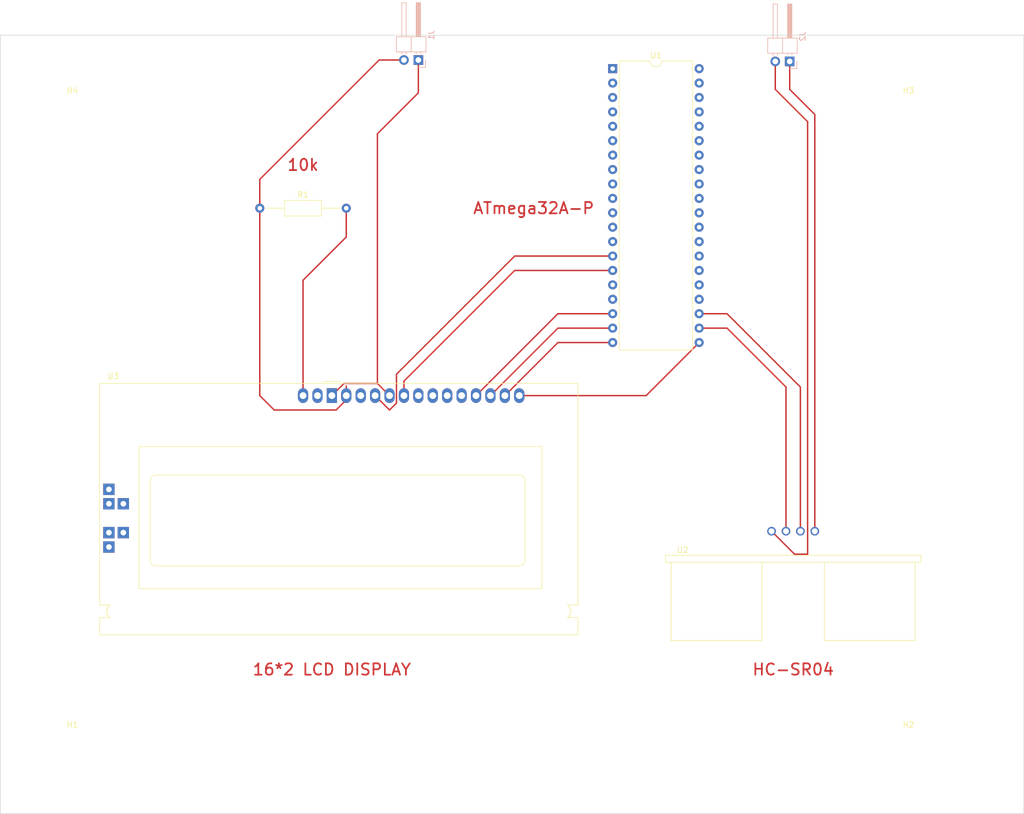
<source format=kicad_pcb>
(kicad_pcb (version 20211014) (generator pcbnew)
  (layers (0 "F.Cu" signal) (31 "B.Cu" signal) (34 "B.Paste" user) (35 "F.Paste" user) (36 "B.SilkS" user "B.Silkscreen") (37 "F.SilkS" user "F.Silkscreen") (38 "B.Mask" user) (39 "F.Mask" user) (44 "Edge.Cuts" user))
  (net 0 "")
  (net 1 "Net-(J1-Pad1)")
  (net 2 "Net-(J1-Pad2)")
  (net 3 "Net-(U2-Pad4)")
  (net 4 "Net-(U2-Pad1)")
  (net 5 "Net-(R1-Pad2)")
  (net 16 "Net-(U1-Pad11)")
  (net 19 "Net-(U1-Pad14)")
  (net 20 "Net-(U1-Pad15)")
  (net 23 "Net-(U1-Pad18)")
  (net 24 "Net-(U1-Pad19)")
  (net 25 "Net-(U1-Pad20)")
  (net 26 "Net-(U1-Pad21)")
  (net 27 "Net-(U1-Pad22)")
  (net 28 "Net-(U1-Pad23)")
  (footprint "MountingHole:MountingHole_4.5mm" (layer "F.Cu") (at 223.52 58.42)
    (fp_text reference "H3" (at 0 -5.5) (layer "F.SilkS"))
    (fp_text value "MountingHole")
    (pad "" np_thru_hole circle (at 0 0) (size 4.5 4.5) (drill 4.5) (layers *.Cu *.Mask))
  )
  (footprint "MountingHole:MountingHole_4.5mm" (layer "F.Cu") (at 76.2 58.42)
    (fp_text reference "H4" (at 0 -5.5) (layer "F.SilkS"))
    (fp_text value "MountingHole")
    (pad "" np_thru_hole circle (at 0 0) (size 4.5 4.5) (drill 4.5) (layers *.Cu *.Mask))
  )
  (footprint "Package_DIP:DIP-40_W15.24mm" (layer "F.Cu") (at 171.395 49.0725)
    (fp_text reference "U1" (at 7.62 -2.33) (layer "F.SilkS"))
    (fp_text value "ATmega32A-P")
    (fp_line (start 1.16 49.59) (end 14.08 49.59) (layer "F.SilkS") (width 0.12))
    (fp_line (start 6.62 -1.33) (end 1.16 -1.33) (layer "F.SilkS") (width 0.12))
    (fp_line (start 1.16 -1.33) (end 1.16 49.59) (layer "F.SilkS") (width 0.12))
    (fp_line (start 14.08 -1.33) (end 8.62 -1.33) (layer "F.SilkS") (width 0.12))
    (fp_line (start 14.08 49.59) (end 14.08 -1.33) (layer "F.SilkS") (width 0.12))
    (fp_arc (start 8.62 -1.33) (mid 7.62 -0.33) (end 6.62 -1.33) (layer "F.SilkS") (width 0.12))
    (pad "1" thru_hole rect (at 0 0) (size 1.6 1.6) (drill 0.8) (layers *.Cu *.Mask))
    (pad "2" thru_hole oval (at 0 2.54) (size 1.6 1.6) (drill 0.8) (layers *.Cu *.Mask))
    (pad "3" thru_hole oval (at 0 5.08) (size 1.6 1.6) (drill 0.8) (layers *.Cu *.Mask))
    (pad "4" thru_hole oval (at 0 7.62) (size 1.6 1.6) (drill 0.8) (layers *.Cu *.Mask))
    (pad "5" thru_hole oval (at 0 10.16) (size 1.6 1.6) (drill 0.8) (layers *.Cu *.Mask))
    (pad "6" thru_hole oval (at 0 12.7) (size 1.6 1.6) (drill 0.8) (layers *.Cu *.Mask))
    (pad "7" thru_hole oval (at 0 15.24) (size 1.6 1.6) (drill 0.8) (layers *.Cu *.Mask))
    (pad "8" thru_hole oval (at 0 17.78) (size 1.6 1.6) (drill 0.8) (layers *.Cu *.Mask))
    (pad "9" thru_hole oval (at 0 20.32) (size 1.6 1.6) (drill 0.8) (layers *.Cu *.Mask))
    (pad "10" thru_hole oval (at 0 22.86) (size 1.6 1.6) (drill 0.8) (layers *.Cu *.Mask))
    (pad "11" thru_hole oval (at 0 25.4) (size 1.6 1.6) (drill 0.8) (layers *.Cu *.Mask) (net 16 "Net-(U1-Pad11)"))
    (pad "12" thru_hole oval (at 0 27.94) (size 1.6 1.6) (drill 0.8) (layers *.Cu *.Mask))
    (pad "13" thru_hole oval (at 0 30.48) (size 1.6 1.6) (drill 0.8) (layers *.Cu *.Mask))
    (pad "14" thru_hole oval (at 0 33.02) (size 1.6 1.6) (drill 0.8) (layers *.Cu *.Mask) (net 19 "Net-(U1-Pad14)"))
    (pad "15" thru_hole oval (at 0 35.56) (size 1.6 1.6) (drill 0.8) (layers *.Cu *.Mask) (net 20 "Net-(U1-Pad15)"))
    (pad "16" thru_hole oval (at 0 38.1) (size 1.6 1.6) (drill 0.8) (layers *.Cu *.Mask))
    (pad "17" thru_hole oval (at 0 40.64) (size 1.6 1.6) (drill 0.8) (layers *.Cu *.Mask))
    (pad "18" thru_hole oval (at 0 43.18) (size 1.6 1.6) (drill 0.8) (layers *.Cu *.Mask) (net 23 "Net-(U1-Pad18)"))
    (pad "19" thru_hole oval (at 0 45.72) (size 1.6 1.6) (drill 0.8) (layers *.Cu *.Mask) (net 24 "Net-(U1-Pad19)"))
    (pad "20" thru_hole oval (at 0 48.26) (size 1.6 1.6) (drill 0.8) (layers *.Cu *.Mask) (net 25 "Net-(U1-Pad20)"))
    (pad "21" thru_hole oval (at 15.24 48.26) (size 1.6 1.6) (drill 0.8) (layers *.Cu *.Mask) (net 26 "Net-(U1-Pad21)"))
    (pad "22" thru_hole oval (at 15.24 45.72) (size 1.6 1.6) (drill 0.8) (layers *.Cu *.Mask) (net 27 "Net-(U1-Pad22)"))
    (pad "23" thru_hole oval (at 15.24 43.18) (size 1.6 1.6) (drill 0.8) (layers *.Cu *.Mask) (net 28 "Net-(U1-Pad23)"))
    (pad "24" thru_hole oval (at 15.24 40.64) (size 1.6 1.6) (drill 0.8) (layers *.Cu *.Mask))
    (pad "25" thru_hole oval (at 15.24 38.1) (size 1.6 1.6) (drill 0.8) (layers *.Cu *.Mask))
    (pad "26" thru_hole oval (at 15.24 35.56) (size 1.6 1.6) (drill 0.8) (layers *.Cu *.Mask))
    (pad "27" thru_hole oval (at 15.24 33.02) (size 1.6 1.6) (drill 0.8) (layers *.Cu *.Mask))
    (pad "28" thru_hole oval (at 15.24 30.48) (size 1.6 1.6) (drill 0.8) (layers *.Cu *.Mask))
    (pad "29" thru_hole oval (at 15.24 27.94) (size 1.6 1.6) (drill 0.8) (layers *.Cu *.Mask))
    (pad "30" thru_hole oval (at 15.24 25.4) (size 1.6 1.6) (drill 0.8) (layers *.Cu *.Mask))
    (pad "31" thru_hole oval (at 15.24 22.86) (size 1.6 1.6) (drill 0.8) (layers *.Cu *.Mask) (net 16 "Net-(U1-Pad11)"))
    (pad "32" thru_hole oval (at 15.24 20.32) (size 1.6 1.6) (drill 0.8) (layers *.Cu *.Mask))
    (pad "33" thru_hole oval (at 15.24 17.78) (size 1.6 1.6) (drill 0.8) (layers *.Cu *.Mask))
    (pad "34" thru_hole oval (at 15.24 15.24) (size 1.6 1.6) (drill 0.8) (layers *.Cu *.Mask))
    (pad "35" thru_hole oval (at 15.24 12.7) (size 1.6 1.6) (drill 0.8) (layers *.Cu *.Mask))
    (pad "36" thru_hole oval (at 15.24 10.16) (size 1.6 1.6) (drill 0.8) (layers *.Cu *.Mask))
    (pad "37" thru_hole oval (at 15.24 7.62) (size 1.6 1.6) (drill 0.8) (layers *.Cu *.Mask))
    (pad "38" thru_hole oval (at 15.24 5.08) (size 1.6 1.6) (drill 0.8) (layers *.Cu *.Mask))
    (pad "39" thru_hole oval (at 15.24 2.54) (size 1.6 1.6) (drill 0.8) (layers *.Cu *.Mask))
    (pad "40" thru_hole oval (at 15.24 0) (size 1.6 1.6) (drill 0.8) (layers *.Cu *.Mask))
  )
  (footprint "MountingHole:MountingHole_4.5mm" (layer "F.Cu") (at 76.2 170.18)
    (fp_text reference "H1" (at 0 -5.5) (layer "F.SilkS"))
    (fp_text value "MountingHole")
    (pad "" np_thru_hole circle (at 0 0) (size 4.5 4.5) (drill 4.5) (layers *.Cu *.Mask))
  )
  (footprint "Resistor_THT:R_Axial_DIN0207_L6.3mm_D2.5mm_P15.24mm_Horizontal" (layer "F.Cu") (at 109.22 73.66)
    (fp_text reference "R1" (at 7.62 -2.37) (layer "F.SilkS"))
    (fp_text value "10k")
    (fp_line (start 14.2 0) (end 10.89 0) (layer "F.SilkS") (width 0.12))
    (fp_line (start 10.89 -1.37) (end 4.35 -1.37) (layer "F.SilkS") (width 0.12))
    (fp_line (start 1.04 0) (end 4.35 0) (layer "F.SilkS") (width 0.12))
    (fp_line (start 10.89 1.37) (end 10.89 -1.37) (layer "F.SilkS") (width 0.12))
    (fp_line (start 4.35 -1.37) (end 4.35 1.37) (layer "F.SilkS") (width 0.12))
    (fp_line (start 4.35 1.37) (end 10.89 1.37) (layer "F.SilkS") (width 0.12))
    (pad "1" thru_hole circle (at 0 0) (size 1.6 1.6) (drill 0.8) (layers *.Cu *.Mask) (net 2 "Net-(J1-Pad2)"))
    (pad "2" thru_hole oval (at 15.24 0) (size 1.6 1.6) (drill 0.8) (layers *.Cu *.Mask) (net 5 "Net-(R1-Pad2)"))
  )
  (footprint "Valve:XCVR_HC-SR04" (layer "F.Cu") (at 203.2 130.575)
    (fp_text reference "U2" (at -19.48505 3.31671) (layer "F.SilkS") (effects (font (size 1.00052 1.00052))))
    (fp_text value "HC-SR04")
    (fp_line (start -5.5 5.47) (end -5.5 19.27) (layer "F.SilkS") (width 0.127))
    (fp_line (start 21.5 5.47) (end 5.5 5.47) (layer "F.SilkS") (width 0.127))
    (fp_line (start 5.5 5.47) (end -5.5 5.47) (layer "F.SilkS") (width 0.127))
    (fp_line (start 21.5 5.47) (end 21.5 19.27) (layer "F.SilkS") (width 0.127))
    (fp_line (start -21.5 5.47) (end -21.5 19.27) (layer "F.SilkS") (width 0.127))
    (fp_line (start 5.5 5.47) (end 5.5 19.27) (layer "F.SilkS") (width 0.127))
    (fp_line (start -5.5 5.47) (end -21.5 5.47) (layer "F.SilkS") (width 0.127))
    (fp_line (start -21.5 19.27) (end -5.5 19.27) (layer "F.SilkS") (width 0.127))
    (fp_line (start 22.5 4.27) (end 22.5 5.47) (layer "F.SilkS") (width 0.127))
    (fp_line (start -22.5 5.47) (end -22.5 4.27) (layer "F.SilkS") (width 0.127))
    (fp_line (start -22.5 4.27) (end 22.5 4.27) (layer "F.SilkS") (width 0.127))
    (fp_line (start 5.5 19.27) (end 21.5 19.27) (layer "F.SilkS") (width 0.127))
    (fp_line (start -21.5 5.47) (end -22.5 5.47) (layer "F.SilkS") (width 0.127))
    (fp_line (start 22.5 5.47) (end 21.5 5.47) (layer "F.SilkS") (width 0.127))
    (pad "1" thru_hole circle (at -3.81 0) (size 1.53 1.53) (drill 1.02) (layers *.Cu *.Mask) (net 4 "Net-(U2-Pad1)"))
    (pad "2" thru_hole circle (at -1.27 0) (size 1.53 1.53) (drill 1.02) (layers *.Cu *.Mask) (net 27 "Net-(U1-Pad22)"))
    (pad "3" thru_hole circle (at 1.27 0) (size 1.53 1.53) (drill 1.02) (layers *.Cu *.Mask) (net 28 "Net-(U1-Pad23)"))
    (pad "4" thru_hole circle (at 3.81 0) (size 1.53 1.53) (drill 1.02) (layers *.Cu *.Mask) (net 3 "Net-(U2-Pad4)"))
  )
  (footprint "MountingHole:MountingHole_4.5mm" (layer "F.Cu") (at 223.52 170.18)
    (fp_text reference "H2" (at 0 -5.5) (layer "F.SilkS"))
    (fp_text value "MountingHole")
    (pad "" np_thru_hole circle (at 0 0) (size 4.5 4.5) (drill 4.5) (layers *.Cu *.Mask))
  )
  (footprint "Display:RC1602A" (layer "F.Cu") (at 121.92 106.68)
    (fp_text reference "U3" (at -38.53 -3.41 180) (layer "F.SilkS"))
    (fp_text value "RC1602A-GHW-ESX")
    (fp_line (start -34 34) (end -34 9) (layer "F.SilkS") (width 0.12))
    (fp_line (start 43.36 -2.14) (end 43.36 36.89) (layer "F.SilkS") (width 0.12))
    (fp_line (start -40.92 -2.14) (end 43.36 -2.14) (layer "F.SilkS") (width 0.12))
    (fp_line (start 37 34) (end -34 34) (layer "F.SilkS") (width 0.12))
    (fp_line (start 37 9) (end 37 34) (layer "F.SilkS") (width 0.12))
    (fp_line (start -40.92 42.14) (end -40.92 39.11) (layer "F.SilkS") (width 0.12))
    (fp_line (start -40.92 36.89) (end -40.92 -2.14) (layer "F.SilkS") (width 0.12))
    (fp_line (start 41.5 39.11) (end 43.36 39.11) (layer "F.SilkS") (width 0.12))
    (fp_line (start -40.92 36.89) (end -39.1 36.89) (layer "F.SilkS") (width 0.12))
    (fp_line (start 33 30) (end -31 30) (layer "F.SilkS") (width 0.12))
    (fp_line (start -31 14) (end 33 14) (layer "F.SilkS") (width 0.12))
    (fp_line (start 34.03 15) (end 34.03 29) (layer "F.SilkS") (width 0.12))
    (fp_line (start -32 29) (end -32 15) (layer "F.SilkS") (width 0.12))
    (fp_line (start 43.36 39.11) (end 43.36 42.14) (layer "F.SilkS") (width 0.12))
    (fp_line (start -1.5 -2.5) (end 1.5 -2.5) (layer "F.SilkS") (width 0.12))
    (fp_line (start -34 9) (end 37 9) (layer "F.SilkS") (width 0.12))
    (fp_line (start 43.36 42.14) (end -40.92 42.14) (layer "F.SilkS") (width 0.12))
    (fp_line (start -40.92 39.11) (end -39.1 39.11) (layer "F.SilkS") (width 0.12))
    (fp_line (start 43.36 36.89) (end 41.5 36.89) (layer "F.SilkS") (width 0.12))
    (fp_arc (start 41.5 36.89) (mid 42.059361 37.759584) (end 41.84 38.77) (layer "F.SilkS") (width 0.12))
    (fp_arc (start -39.39 38.82) (mid -39.644716 37.794939) (end -39.1 36.89) (layer "F.SilkS") (width 0.12))
    (fp_arc (start -30.99464 30.0237) (mid -31.702284 29.730584) (end -31.9954 29.02294) (layer "F.SilkS") (width 0.12))
    (fp_arc (start 33.03574 13.99424) (mid 33.741576 14.286624) (end 34.03396 14.99246) (layer "F.SilkS") (width 0.12))
    (fp_arc (start -32.00286 15.00246) (mid -31.710488 14.296612) (end -31.00464 14.00424) (layer "F.SilkS") (width 0.12))
    (fp_arc (start -39.1 39.11) (mid -39.644716 38.205061) (end -39.39 37.18) (layer "F.SilkS") (width 0.12))
    (fp_arc (start 41.84 37.21) (mid 42.070574 38.233345) (end 41.51 39.12) (layer "F.SilkS") (width 0.12))
    (fp_arc (start 34.0265 29.00294) (mid 33.733372 29.710572) (end 33.02574 30.0037) (layer "F.SilkS") (width 0.12))
    (pad "" np_thru_hole circle (at -36.78 2 180) (size 2.5 2.5) (drill 2.5) (layers *.Cu *.Mask))
    (pad "" np_thru_hole circle (at -38.28 38 180) (size 2.5 2.5) (drill 2.5) (layers *.Cu *.Mask))
    (pad "" np_thru_hole circle (at 39.22 2 180) (size 2.5 2.5) (drill 2.5) (layers *.Cu *.Mask))
    (pad "" np_thru_hole circle (at 40.72 38 180) (size 2.5 2.5) (drill 2.5) (layers *.Cu *.Mask))
    (pad "1" thru_hole rect (at 0 0 180) (size 1.8 2.6) (drill 1.2) (layers *.Cu *.Mask) (net 1 "Net-(J1-Pad1)"))
    (pad "2" thru_hole oval (at 2.54 0 180) (size 1.8 2.6) (drill 1.2) (layers *.Cu *.Mask) (net 2 "Net-(J1-Pad2)"))
    (pad "3" thru_hole oval (at 5.08 0 180) (size 1.8 2.6) (drill 1.2) (layers *.Cu *.Mask))
    (pad "4" thru_hole oval (at 7.62 0 180) (size 1.8 2.6) (drill 1.2) (layers *.Cu *.Mask) (net 19 "Net-(U1-Pad14)"))
    (pad "5" thru_hole oval (at 10.16 0 180) (size 1.8 2.6) (drill 1.2) (layers *.Cu *.Mask) (net 1 "Net-(J1-Pad1)"))
    (pad "6" thru_hole oval (at 12.7 0 180) (size 1.8 2.6) (drill 1.2) (layers *.Cu *.Mask) (net 20 "Net-(U1-Pad15)"))
    (pad "7" thru_hole oval (at 15.24 0 180) (size 1.8 2.6) (drill 1.2) (layers *.Cu *.Mask))
    (pad "8" thru_hole oval (at 17.78 0 180) (size 1.8 2.6) (drill 1.2) (layers *.Cu *.Mask))
    (pad "9" thru_hole oval (at 20.32 0 180) (size 1.8 2.6) (drill 1.2) (layers *.Cu *.Mask))
    (pad "10" thru_hole oval (at 22.86 0 180) (size 1.8 2.6) (drill 1.2) (layers *.Cu *.Mask))
    (pad "11" thru_hole oval (at 25.4 0 180) (size 1.8 2.6) (drill 1.2) (layers *.Cu *.Mask) (net 23 "Net-(U1-Pad18)"))
    (pad "12" thru_hole oval (at 27.94 0 180) (size 1.8 2.6) (drill 1.2) (layers *.Cu *.Mask) (net 24 "Net-(U1-Pad19)"))
    (pad "13" thru_hole oval (at 30.48508 0.00254 180) (size 1.8 2.6) (drill 1.2) (layers *.Cu *.Mask) (net 25 "Net-(U1-Pad20)"))
    (pad "14" thru_hole oval (at 33.02 0 180) (size 1.8 2.6) (drill 1.2) (layers *.Cu *.Mask) (net 26 "Net-(U1-Pad21)"))
    (pad "15" thru_hole oval (at -5.08 0 180) (size 1.8 2.6) (drill 1.2) (layers *.Cu *.Mask) (net 5 "Net-(R1-Pad2)"))
    (pad "16" thru_hole oval (at -2.53492 0.00254 180) (size 1.8 2.6) (drill 1.2) (layers *.Cu *.Mask))
    (pad "A1" thru_hole rect (at -39.28 24.14 180) (size 2 2) (drill 1) (layers *.Cu *.Mask))
    (pad "A1" thru_hole rect (at -36.74 24.14 180) (size 2 2) (drill 1) (layers *.Cu *.Mask))
    (pad "A1" thru_hole rect (at -39.28 26.68 180) (size 2 2) (drill 1) (layers *.Cu *.Mask))
    (pad "K1" thru_hole rect (at -36.74 19.06 180) (size 2 2) (drill 1) (layers *.Cu *.Mask))
    (pad "K1" thru_hole rect (at -39.28 16.52 180) (size 2 2) (drill 1) (layers *.Cu *.Mask))
    (pad "K1" thru_hole rect (at -39.28 19.06 180) (size 2 2) (drill 1) (layers *.Cu *.Mask))
  )
  (footprint "Connector_PinHeader_2.54mm:PinHeader_1x02_P2.54mm_Horizontal" (layer "B.Cu") (at 137.16 47.555 90)
    (fp_text reference "J1" (at 4.385 2.27 90) (layer "B.SilkS") (effects (justify mirror)))
    (fp_text value "Conn_01x02")
    (fp_line (start 4.1 0.38) (end 10.1 0.38) (layer "B.SilkS") (width 0.12))
    (fp_line (start 10.1 -2.16) (end 10.1 -2.92) (layer "B.SilkS") (width 0.12))
    (fp_line (start -1.27 1.27) (end 0 1.27) (layer "B.SilkS") (width 0.12))
    (fp_line (start 10.1 0.38) (end 10.1 -0.38) (layer "B.SilkS") (width 0.12))
    (fp_line (start 1.042929 -2.92) (end 1.44 -2.92) (layer "B.SilkS") (width 0.12))
    (fp_line (start 1.44 -3.87) (end 4.1 -3.87) (layer "B.SilkS") (width 0.12))
    (fp_line (start 1.11 -0.38) (end 1.44 -0.38) (layer "B.SilkS") (width 0.12))
    (fp_line (start 4.1 -0.16) (end 10.1 -0.16) (layer "B.SilkS") (width 0.12))
    (fp_line (start 4.1 -0.28) (end 10.1 -0.28) (layer "B.SilkS") (width 0.12))
    (fp_line (start 10.1 -0.38) (end 4.1 -0.38) (layer "B.SilkS") (width 0.12))
    (fp_line (start 1.44 1.33) (end 1.44 -3.87) (layer "B.SilkS") (width 0.12))
    (fp_line (start -1.27 0) (end -1.27 1.27) (layer "B.SilkS") (width 0.12))
    (fp_line (start 4.1 0.08) (end 10.1 0.08) (layer "B.SilkS") (width 0.12))
    (fp_line (start 1.11 0.38) (end 1.44 0.38) (layer "B.SilkS") (width 0.12))
    (fp_line (start 4.1 -0.04) (end 10.1 -0.04) (layer "B.SilkS") (width 0.12))
    (fp_line (start 10.1 -2.92) (end 4.1 -2.92) (layer "B.SilkS") (width 0.12))
    (fp_line (start 4.1 1.33) (end 1.44 1.33) (layer "B.SilkS") (width 0.12))
    (fp_line (start 4.1 -2.16) (end 10.1 -2.16) (layer "B.SilkS") (width 0.12))
    (fp_line (start 1.042929 -2.16) (end 1.44 -2.16) (layer "B.SilkS") (width 0.12))
    (fp_line (start 4.1 0.32) (end 10.1 0.32) (layer "B.SilkS") (width 0.12))
    (fp_line (start 4.1 -3.87) (end 4.1 1.33) (layer "B.SilkS") (width 0.12))
    (fp_line (start 1.44 -1.27) (end 4.1 -1.27) (layer "B.SilkS") (width 0.12))
    (fp_line (start 4.1 0.2) (end 10.1 0.2) (layer "B.SilkS") (width 0.12))
    (pad "1" thru_hole rect (at 0 0 90) (size 1.7 1.7) (drill 1) (layers *.Cu *.Mask) (net 1 "Net-(J1-Pad1)"))
    (pad "2" thru_hole oval (at 0 -2.54 90) (size 1.7 1.7) (drill 1) (layers *.Cu *.Mask) (net 2 "Net-(J1-Pad2)"))
  )
  (footprint "Connector_PinHeader_2.54mm:PinHeader_1x02_P2.54mm_Horizontal" (layer "B.Cu") (at 202.585 47.7975 90)
    (fp_text reference "J2" (at 4.385 2.27 90) (layer "B.SilkS") (effects (justify mirror)))
    (fp_text value "Conn_01x02")
    (fp_line (start 4.1 0.08) (end 10.1 0.08) (layer "B.SilkS") (width 0.12))
    (fp_line (start 4.1 -0.28) (end 10.1 -0.28) (layer "B.SilkS") (width 0.12))
    (fp_line (start 1.11 0.38) (end 1.44 0.38) (layer "B.SilkS") (width 0.12))
    (fp_line (start 10.1 -2.92) (end 4.1 -2.92) (layer "B.SilkS") (width 0.12))
    (fp_line (start 10.1 -0.38) (end 4.1 -0.38) (layer "B.SilkS") (width 0.12))
    (fp_line (start 1.44 -1.27) (end 4.1 -1.27) (layer "B.SilkS") (width 0.12))
    (fp_line (start 4.1 -0.04) (end 10.1 -0.04) (layer "B.SilkS") (width 0.12))
    (fp_line (start 10.1 0.38) (end 10.1 -0.38) (layer "B.SilkS") (width 0.12))
    (fp_line (start 10.1 -2.16) (end 10.1 -2.92) (layer "B.SilkS") (width 0.12))
    (fp_line (start 4.1 0.32) (end 10.1 0.32) (layer "B.SilkS") (width 0.12))
    (fp_line (start 1.042929 -2.92) (end 1.44 -2.92) (layer "B.SilkS") (width 0.12))
    (fp_line (start 1.44 -3.87) (end 4.1 -3.87) (layer "B.SilkS") (width 0.12))
    (fp_line (start 4.1 0.38) (end 10.1 0.38) (layer "B.SilkS") (width 0.12))
    (fp_line (start 1.042929 -2.16) (end 1.44 -2.16) (layer "B.SilkS") (width 0.12))
    (fp_line (start 4.1 -0.16) (end 10.1 -0.16) (layer "B.SilkS") (width 0.12))
    (fp_line (start 4.1 -2.16) (end 10.1 -2.16) (layer "B.SilkS") (width 0.12))
    (fp_line (start 1.11 -0.38) (end 1.44 -0.38) (layer "B.SilkS") (width 0.12))
    (fp_line (start 1.44 1.33) (end 1.44 -3.87) (layer "B.SilkS") (width 0.12))
    (fp_line (start -1.27 1.27) (end 0 1.27) (layer "B.SilkS") (width 0.12))
    (fp_line (start -1.27 0) (end -1.27 1.27) (layer "B.SilkS") (width 0.12))
    (fp_line (start 4.1 -3.87) (end 4.1 1.33) (layer "B.SilkS") (width 0.12))
    (fp_line (start 4.1 1.33) (end 1.44 1.33) (layer "B.SilkS") (width 0.12))
    (fp_line (start 4.1 0.2) (end 10.1 0.2) (layer "B.SilkS") (width 0.12))
    (pad "1" thru_hole rect (at 0 0 90) (size 1.7 1.7) (drill 1) (layers *.Cu *.Mask) (net 3 "Net-(U2-Pad4)"))
    (pad "2" thru_hole oval (at 0 -2.54 90) (size 1.7 1.7) (drill 1) (layers *.Cu *.Mask) (net 4 "Net-(U2-Pad1)"))
  )
  (gr_line (start 63.5 180.34) (end 63.5 43.18) (layer "Edge.Cuts") (width 0.1))
  (gr_line (start 243.84 180.34) (end 63.5 180.34) (layer "Edge.Cuts") (width 0.1))
  (gr_line (start 243.84 43.18) (end 243.84 180.34) (layer "Edge.Cuts") (width 0.1))
  (gr_line (start 63.5 43.18) (end 243.84 43.18) (layer "Edge.Cuts") (width 0.1))
  (gr_text "10k" (at 116.84 66.04) (layer "F.Cu") (effects (font (size 2 2) (thickness 0.3))))
  (gr_text "ATmega32A-P" (at 157.48 73.66) (layer "F.Cu") (effects (font (size 2 2) (thickness 0.3))))
  (gr_text "HC-SR04" (at 203.2 154.94) (layer "F.Cu") (effects (font (size 2 2) (thickness 0.3))))
  (gr_text "16*2 LCD DISPLAY" (at 121.92 154.94) (layer "F.Cu") (effects (font (size 2 2) (thickness 0.3))))
  (segment (start 132.08 106.68) (end 129.94798 104.54798) (width 0.25) (layer "F.Cu") (net 1))
  (segment (start 129.94798 60.55202) (end 137.16 53.34) (width 0.25) (layer "F.Cu") (net 1))
  (segment (start 129.94798 104.54798) (end 129.94798 60.55202) (width 0.25) (layer "F.Cu") (net 1))
  (segment (start 124.05202 104.54798) (end 121.92 106.68) (width 0.25) (layer "F.Cu") (net 1))
  (segment (start 129.94798 104.54798) (end 124.05202 104.54798) (width 0.25) (layer "F.Cu") (net 1))
  (segment (start 137.16 53.34) (end 137.16 47.555) (width 0.25) (layer "F.Cu") (net 1))
  (segment (start 124.46 106.68) (end 124.46 104.9975) (width 0.25) (layer "F.Cu") (net 2))
  (segment (start 124.46 107.43) (end 122.67 109.22) (width 0.25) (layer "F.Cu") (net 2))
  (segment (start 122.67 109.22) (end 111.76 109.22) (width 0.25) (layer "F.Cu") (net 2))
  (segment (start 124.46 106.68) (end 124.46 107.43) (width 0.25) (layer "F.Cu") (net 2))
  (segment (start 109.22 68.58) (end 130.245 47.555) (width 0.25) (layer "F.Cu") (net 2))
  (segment (start 130.245 47.555) (end 134.62 47.555) (width 0.25) (layer "F.Cu") (net 2))
  (segment (start 109.22 106.68) (end 109.22 73.66) (width 0.25) (layer "F.Cu") (net 2))
  (segment (start 111.76 109.22) (end 109.22 106.68) (width 0.25) (layer "F.Cu") (net 2))
  (segment (start 109.22 73.66) (end 109.22 68.58) (width 0.25) (layer "F.Cu") (net 2))
  (segment (start 202.585 47.7975) (end 202.585 52.725) (width 0.25) (layer "F.Cu") (net 3))
  (segment (start 202.585 52.725) (end 207.01 57.15) (width 0.25) (layer "F.Cu") (net 3))
  (segment (start 207.01 57.15) (end 207.01 130.575) (width 0.25) (layer "F.Cu") (net 3))
  (segment (start 203.435 134.62) (end 199.39 130.575) (width 0.25) (layer "F.Cu") (net 4))
  (segment (start 205.74 58.42) (end 205.74 134.62) (width 0.25) (layer "F.Cu") (net 4))
  (segment (start 205.74 134.62) (end 203.435 134.62) (width 0.25) (layer "F.Cu") (net 4))
  (segment (start 200.045 52.725) (end 205.74 58.42) (width 0.25) (layer "F.Cu") (net 4))
  (segment (start 200.045 47.7975) (end 200.045 52.725) (width 0.25) (layer "F.Cu") (net 4))
  (segment (start 116.84 86.36) (end 124.46 78.74) (width 0.25) (layer "F.Cu") (net 5))
  (segment (start 124.46 78.74) (end 124.46 73.66) (width 0.25) (layer "F.Cu") (net 5))
  (segment (start 116.84 106.68) (end 116.84 86.36) (width 0.25) (layer "F.Cu") (net 5))
  (segment (start 132.08 109.22) (end 133.30452 107.99548) (width 0.25) (layer "F.Cu") (net 19))
  (segment (start 129.54 106.68) (end 132.08 109.22) (width 0.25) (layer "F.Cu") (net 19))
  (segment (start 133.30452 107.99548) (end 133.30452 102.91548) (width 0.25) (layer "F.Cu") (net 19))
  (segment (start 133.30452 102.91548) (end 154.1275 82.0925) (width 0.25) (layer "F.Cu") (net 19))
  (segment (start 154.1275 82.0925) (end 171.395 82.0925) (width 0.25) (layer "F.Cu") (net 19))
  (segment (start 134.62 106.68) (end 134.62 104.14) (width 0.25) (layer "F.Cu") (net 20))
  (segment (start 134.62 104.14) (end 154.1275 84.6325) (width 0.25) (layer "F.Cu") (net 20))
  (segment (start 154.1275 84.6325) (end 171.395 84.6325) (width 0.25) (layer "F.Cu") (net 20))
  (segment (start 147.32 106.68) (end 161.7475 92.2525) (width 0.25) (layer "F.Cu") (net 23))
  (segment (start 161.7475 92.2525) (end 171.395 92.2525) (width 0.25) (layer "F.Cu") (net 23))
  (segment (start 161.7475 94.7925) (end 171.395 94.7925) (width 0.25) (layer "F.Cu") (net 24))
  (segment (start 149.86 106.68) (end 161.7475 94.7925) (width 0.25) (layer "F.Cu") (net 24))
  (segment (start 161.75512 97.3325) (end 171.395 97.3325) (width 0.25) (layer "F.Cu") (net 25))
  (segment (start 152.40508 106.68254) (end 161.75512 97.3325) (width 0.25) (layer "F.Cu") (net 25))
  (segment (start 154.94 106.68) (end 177.2875 106.68) (width 0.25) (layer "F.Cu") (net 26))
  (segment (start 177.2875 106.68) (end 186.635 97.3325) (width 0.25) (layer "F.Cu") (net 26))
  (segment (start 186.635 94.7925) (end 191.5475 94.7925) (width 0.25) (layer "F.Cu") (net 27))
  (segment (start 191.5475 94.7925) (end 201.93 105.175) (width 0.25) (layer "F.Cu") (net 27))
  (segment (start 201.93 105.175) (end 201.93 130.575) (width 0.25) (layer "F.Cu") (net 27))
  (segment (start 204.47 105.175) (end 204.47 130.575) (width 0.25) (layer "F.Cu") (net 28))
  (segment (start 186.635 92.2525) (end 191.5475 92.2525) (width 0.25) (layer "F.Cu") (net 28))
  (segment (start 191.5475 92.2525) (end 204.47 105.175) (width 0.25) (layer "F.Cu") (net 28))
)
</source>
